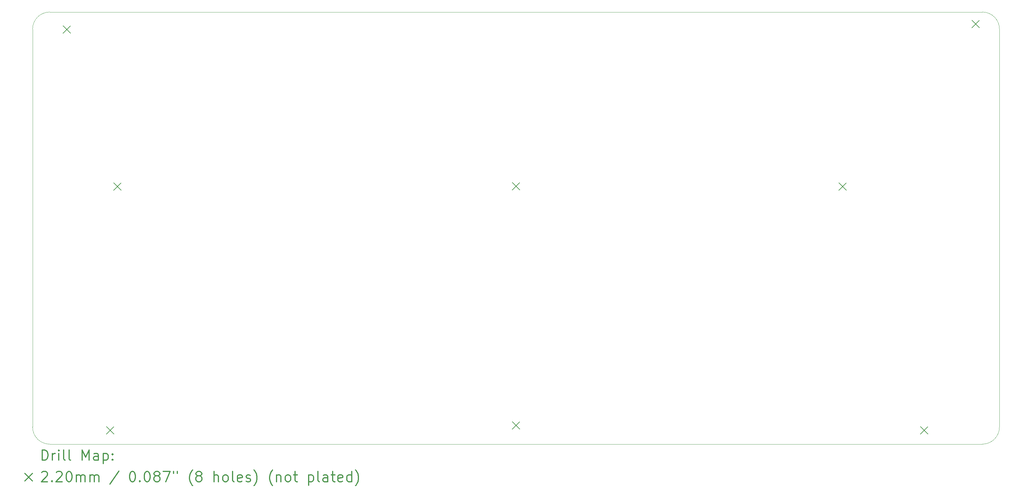
<source format=gbr>
%FSLAX45Y45*%
G04 Gerber Fmt 4.5, Leading zero omitted, Abs format (unit mm)*
G04 Created by KiCad (PCBNEW (5.1.9)-1) date 2021-05-27 06:27:14*
%MOMM*%
%LPD*%
G01*
G04 APERTURE LIST*
%TA.AperFunction,Profile*%
%ADD10C,0.100000*%
%TD*%
%ADD11C,0.200000*%
%ADD12C,0.300000*%
G04 APERTURE END LIST*
D10*
X36000000Y-4550000D02*
X36000000Y-3800000D01*
X36000000Y-4550000D02*
X36000000Y-5250000D01*
X36000000Y-15450000D02*
G75*
G02*
X35500000Y-15950000I-500000J0D01*
G01*
X8200000Y-15950000D02*
G75*
G02*
X7700000Y-15450000I0J500000D01*
G01*
X7700000Y-3800000D02*
G75*
G02*
X8200000Y-3300000I500000J0D01*
G01*
X35500000Y-3300000D02*
X8200000Y-3300000D01*
X7700000Y-3800000D02*
X7700000Y-15450000D01*
X8200000Y-15950000D02*
X35500000Y-15950000D01*
X36000000Y-5250000D02*
X36000000Y-15450000D01*
X35500000Y-3300000D02*
G75*
G02*
X36000000Y-3800000I0J-500000D01*
G01*
D11*
X8590000Y-3700000D02*
X8810000Y-3920000D01*
X8810000Y-3700000D02*
X8590000Y-3920000D01*
X9865000Y-15440000D02*
X10085000Y-15660000D01*
X10085000Y-15440000D02*
X9865000Y-15660000D01*
X10070000Y-8300000D02*
X10290000Y-8520000D01*
X10290000Y-8300000D02*
X10070000Y-8520000D01*
X21740000Y-8290000D02*
X21960000Y-8510000D01*
X21960000Y-8290000D02*
X21740000Y-8510000D01*
X21740000Y-15290000D02*
X21960000Y-15510000D01*
X21960000Y-15290000D02*
X21740000Y-15510000D01*
X31300000Y-8300000D02*
X31520000Y-8520000D01*
X31520000Y-8300000D02*
X31300000Y-8520000D01*
X33690000Y-15440000D02*
X33910000Y-15660000D01*
X33910000Y-15440000D02*
X33690000Y-15660000D01*
X35195000Y-3540000D02*
X35415000Y-3760000D01*
X35415000Y-3540000D02*
X35195000Y-3760000D01*
D12*
X7981428Y-16420714D02*
X7981428Y-16120714D01*
X8052857Y-16120714D01*
X8095714Y-16135000D01*
X8124286Y-16163571D01*
X8138571Y-16192143D01*
X8152857Y-16249286D01*
X8152857Y-16292143D01*
X8138571Y-16349286D01*
X8124286Y-16377857D01*
X8095714Y-16406429D01*
X8052857Y-16420714D01*
X7981428Y-16420714D01*
X8281428Y-16420714D02*
X8281428Y-16220714D01*
X8281428Y-16277857D02*
X8295714Y-16249286D01*
X8310000Y-16235000D01*
X8338571Y-16220714D01*
X8367143Y-16220714D01*
X8467143Y-16420714D02*
X8467143Y-16220714D01*
X8467143Y-16120714D02*
X8452857Y-16135000D01*
X8467143Y-16149286D01*
X8481428Y-16135000D01*
X8467143Y-16120714D01*
X8467143Y-16149286D01*
X8652857Y-16420714D02*
X8624286Y-16406429D01*
X8610000Y-16377857D01*
X8610000Y-16120714D01*
X8810000Y-16420714D02*
X8781428Y-16406429D01*
X8767143Y-16377857D01*
X8767143Y-16120714D01*
X9152857Y-16420714D02*
X9152857Y-16120714D01*
X9252857Y-16335000D01*
X9352857Y-16120714D01*
X9352857Y-16420714D01*
X9624286Y-16420714D02*
X9624286Y-16263571D01*
X9610000Y-16235000D01*
X9581428Y-16220714D01*
X9524286Y-16220714D01*
X9495714Y-16235000D01*
X9624286Y-16406429D02*
X9595714Y-16420714D01*
X9524286Y-16420714D01*
X9495714Y-16406429D01*
X9481428Y-16377857D01*
X9481428Y-16349286D01*
X9495714Y-16320714D01*
X9524286Y-16306429D01*
X9595714Y-16306429D01*
X9624286Y-16292143D01*
X9767143Y-16220714D02*
X9767143Y-16520714D01*
X9767143Y-16235000D02*
X9795714Y-16220714D01*
X9852857Y-16220714D01*
X9881428Y-16235000D01*
X9895714Y-16249286D01*
X9910000Y-16277857D01*
X9910000Y-16363571D01*
X9895714Y-16392143D01*
X9881428Y-16406429D01*
X9852857Y-16420714D01*
X9795714Y-16420714D01*
X9767143Y-16406429D01*
X10038571Y-16392143D02*
X10052857Y-16406429D01*
X10038571Y-16420714D01*
X10024286Y-16406429D01*
X10038571Y-16392143D01*
X10038571Y-16420714D01*
X10038571Y-16235000D02*
X10052857Y-16249286D01*
X10038571Y-16263571D01*
X10024286Y-16249286D01*
X10038571Y-16235000D01*
X10038571Y-16263571D01*
X7475000Y-16805000D02*
X7695000Y-17025000D01*
X7695000Y-16805000D02*
X7475000Y-17025000D01*
X7967143Y-16779286D02*
X7981428Y-16765000D01*
X8010000Y-16750714D01*
X8081428Y-16750714D01*
X8110000Y-16765000D01*
X8124286Y-16779286D01*
X8138571Y-16807857D01*
X8138571Y-16836429D01*
X8124286Y-16879286D01*
X7952857Y-17050714D01*
X8138571Y-17050714D01*
X8267143Y-17022143D02*
X8281428Y-17036429D01*
X8267143Y-17050714D01*
X8252857Y-17036429D01*
X8267143Y-17022143D01*
X8267143Y-17050714D01*
X8395714Y-16779286D02*
X8410000Y-16765000D01*
X8438571Y-16750714D01*
X8510000Y-16750714D01*
X8538571Y-16765000D01*
X8552857Y-16779286D01*
X8567143Y-16807857D01*
X8567143Y-16836429D01*
X8552857Y-16879286D01*
X8381428Y-17050714D01*
X8567143Y-17050714D01*
X8752857Y-16750714D02*
X8781428Y-16750714D01*
X8810000Y-16765000D01*
X8824286Y-16779286D01*
X8838571Y-16807857D01*
X8852857Y-16865000D01*
X8852857Y-16936429D01*
X8838571Y-16993572D01*
X8824286Y-17022143D01*
X8810000Y-17036429D01*
X8781428Y-17050714D01*
X8752857Y-17050714D01*
X8724286Y-17036429D01*
X8710000Y-17022143D01*
X8695714Y-16993572D01*
X8681428Y-16936429D01*
X8681428Y-16865000D01*
X8695714Y-16807857D01*
X8710000Y-16779286D01*
X8724286Y-16765000D01*
X8752857Y-16750714D01*
X8981428Y-17050714D02*
X8981428Y-16850714D01*
X8981428Y-16879286D02*
X8995714Y-16865000D01*
X9024286Y-16850714D01*
X9067143Y-16850714D01*
X9095714Y-16865000D01*
X9110000Y-16893572D01*
X9110000Y-17050714D01*
X9110000Y-16893572D02*
X9124286Y-16865000D01*
X9152857Y-16850714D01*
X9195714Y-16850714D01*
X9224286Y-16865000D01*
X9238571Y-16893572D01*
X9238571Y-17050714D01*
X9381428Y-17050714D02*
X9381428Y-16850714D01*
X9381428Y-16879286D02*
X9395714Y-16865000D01*
X9424286Y-16850714D01*
X9467143Y-16850714D01*
X9495714Y-16865000D01*
X9510000Y-16893572D01*
X9510000Y-17050714D01*
X9510000Y-16893572D02*
X9524286Y-16865000D01*
X9552857Y-16850714D01*
X9595714Y-16850714D01*
X9624286Y-16865000D01*
X9638571Y-16893572D01*
X9638571Y-17050714D01*
X10224286Y-16736429D02*
X9967143Y-17122143D01*
X10610000Y-16750714D02*
X10638571Y-16750714D01*
X10667143Y-16765000D01*
X10681428Y-16779286D01*
X10695714Y-16807857D01*
X10710000Y-16865000D01*
X10710000Y-16936429D01*
X10695714Y-16993572D01*
X10681428Y-17022143D01*
X10667143Y-17036429D01*
X10638571Y-17050714D01*
X10610000Y-17050714D01*
X10581428Y-17036429D01*
X10567143Y-17022143D01*
X10552857Y-16993572D01*
X10538571Y-16936429D01*
X10538571Y-16865000D01*
X10552857Y-16807857D01*
X10567143Y-16779286D01*
X10581428Y-16765000D01*
X10610000Y-16750714D01*
X10838571Y-17022143D02*
X10852857Y-17036429D01*
X10838571Y-17050714D01*
X10824286Y-17036429D01*
X10838571Y-17022143D01*
X10838571Y-17050714D01*
X11038571Y-16750714D02*
X11067143Y-16750714D01*
X11095714Y-16765000D01*
X11110000Y-16779286D01*
X11124286Y-16807857D01*
X11138571Y-16865000D01*
X11138571Y-16936429D01*
X11124286Y-16993572D01*
X11110000Y-17022143D01*
X11095714Y-17036429D01*
X11067143Y-17050714D01*
X11038571Y-17050714D01*
X11010000Y-17036429D01*
X10995714Y-17022143D01*
X10981428Y-16993572D01*
X10967143Y-16936429D01*
X10967143Y-16865000D01*
X10981428Y-16807857D01*
X10995714Y-16779286D01*
X11010000Y-16765000D01*
X11038571Y-16750714D01*
X11310000Y-16879286D02*
X11281428Y-16865000D01*
X11267143Y-16850714D01*
X11252857Y-16822143D01*
X11252857Y-16807857D01*
X11267143Y-16779286D01*
X11281428Y-16765000D01*
X11310000Y-16750714D01*
X11367143Y-16750714D01*
X11395714Y-16765000D01*
X11410000Y-16779286D01*
X11424286Y-16807857D01*
X11424286Y-16822143D01*
X11410000Y-16850714D01*
X11395714Y-16865000D01*
X11367143Y-16879286D01*
X11310000Y-16879286D01*
X11281428Y-16893572D01*
X11267143Y-16907857D01*
X11252857Y-16936429D01*
X11252857Y-16993572D01*
X11267143Y-17022143D01*
X11281428Y-17036429D01*
X11310000Y-17050714D01*
X11367143Y-17050714D01*
X11395714Y-17036429D01*
X11410000Y-17022143D01*
X11424286Y-16993572D01*
X11424286Y-16936429D01*
X11410000Y-16907857D01*
X11395714Y-16893572D01*
X11367143Y-16879286D01*
X11524286Y-16750714D02*
X11724286Y-16750714D01*
X11595714Y-17050714D01*
X11824286Y-16750714D02*
X11824286Y-16807857D01*
X11938571Y-16750714D02*
X11938571Y-16807857D01*
X12381428Y-17165000D02*
X12367143Y-17150714D01*
X12338571Y-17107857D01*
X12324286Y-17079286D01*
X12310000Y-17036429D01*
X12295714Y-16965000D01*
X12295714Y-16907857D01*
X12310000Y-16836429D01*
X12324286Y-16793572D01*
X12338571Y-16765000D01*
X12367143Y-16722143D01*
X12381428Y-16707857D01*
X12538571Y-16879286D02*
X12510000Y-16865000D01*
X12495714Y-16850714D01*
X12481428Y-16822143D01*
X12481428Y-16807857D01*
X12495714Y-16779286D01*
X12510000Y-16765000D01*
X12538571Y-16750714D01*
X12595714Y-16750714D01*
X12624286Y-16765000D01*
X12638571Y-16779286D01*
X12652857Y-16807857D01*
X12652857Y-16822143D01*
X12638571Y-16850714D01*
X12624286Y-16865000D01*
X12595714Y-16879286D01*
X12538571Y-16879286D01*
X12510000Y-16893572D01*
X12495714Y-16907857D01*
X12481428Y-16936429D01*
X12481428Y-16993572D01*
X12495714Y-17022143D01*
X12510000Y-17036429D01*
X12538571Y-17050714D01*
X12595714Y-17050714D01*
X12624286Y-17036429D01*
X12638571Y-17022143D01*
X12652857Y-16993572D01*
X12652857Y-16936429D01*
X12638571Y-16907857D01*
X12624286Y-16893572D01*
X12595714Y-16879286D01*
X13010000Y-17050714D02*
X13010000Y-16750714D01*
X13138571Y-17050714D02*
X13138571Y-16893572D01*
X13124286Y-16865000D01*
X13095714Y-16850714D01*
X13052857Y-16850714D01*
X13024286Y-16865000D01*
X13010000Y-16879286D01*
X13324286Y-17050714D02*
X13295714Y-17036429D01*
X13281428Y-17022143D01*
X13267143Y-16993572D01*
X13267143Y-16907857D01*
X13281428Y-16879286D01*
X13295714Y-16865000D01*
X13324286Y-16850714D01*
X13367143Y-16850714D01*
X13395714Y-16865000D01*
X13410000Y-16879286D01*
X13424286Y-16907857D01*
X13424286Y-16993572D01*
X13410000Y-17022143D01*
X13395714Y-17036429D01*
X13367143Y-17050714D01*
X13324286Y-17050714D01*
X13595714Y-17050714D02*
X13567143Y-17036429D01*
X13552857Y-17007857D01*
X13552857Y-16750714D01*
X13824286Y-17036429D02*
X13795714Y-17050714D01*
X13738571Y-17050714D01*
X13710000Y-17036429D01*
X13695714Y-17007857D01*
X13695714Y-16893572D01*
X13710000Y-16865000D01*
X13738571Y-16850714D01*
X13795714Y-16850714D01*
X13824286Y-16865000D01*
X13838571Y-16893572D01*
X13838571Y-16922143D01*
X13695714Y-16950714D01*
X13952857Y-17036429D02*
X13981428Y-17050714D01*
X14038571Y-17050714D01*
X14067143Y-17036429D01*
X14081428Y-17007857D01*
X14081428Y-16993572D01*
X14067143Y-16965000D01*
X14038571Y-16950714D01*
X13995714Y-16950714D01*
X13967143Y-16936429D01*
X13952857Y-16907857D01*
X13952857Y-16893572D01*
X13967143Y-16865000D01*
X13995714Y-16850714D01*
X14038571Y-16850714D01*
X14067143Y-16865000D01*
X14181428Y-17165000D02*
X14195714Y-17150714D01*
X14224286Y-17107857D01*
X14238571Y-17079286D01*
X14252857Y-17036429D01*
X14267143Y-16965000D01*
X14267143Y-16907857D01*
X14252857Y-16836429D01*
X14238571Y-16793572D01*
X14224286Y-16765000D01*
X14195714Y-16722143D01*
X14181428Y-16707857D01*
X14724286Y-17165000D02*
X14710000Y-17150714D01*
X14681428Y-17107857D01*
X14667143Y-17079286D01*
X14652857Y-17036429D01*
X14638571Y-16965000D01*
X14638571Y-16907857D01*
X14652857Y-16836429D01*
X14667143Y-16793572D01*
X14681428Y-16765000D01*
X14710000Y-16722143D01*
X14724286Y-16707857D01*
X14838571Y-16850714D02*
X14838571Y-17050714D01*
X14838571Y-16879286D02*
X14852857Y-16865000D01*
X14881428Y-16850714D01*
X14924286Y-16850714D01*
X14952857Y-16865000D01*
X14967143Y-16893572D01*
X14967143Y-17050714D01*
X15152857Y-17050714D02*
X15124286Y-17036429D01*
X15110000Y-17022143D01*
X15095714Y-16993572D01*
X15095714Y-16907857D01*
X15110000Y-16879286D01*
X15124286Y-16865000D01*
X15152857Y-16850714D01*
X15195714Y-16850714D01*
X15224286Y-16865000D01*
X15238571Y-16879286D01*
X15252857Y-16907857D01*
X15252857Y-16993572D01*
X15238571Y-17022143D01*
X15224286Y-17036429D01*
X15195714Y-17050714D01*
X15152857Y-17050714D01*
X15338571Y-16850714D02*
X15452857Y-16850714D01*
X15381428Y-16750714D02*
X15381428Y-17007857D01*
X15395714Y-17036429D01*
X15424286Y-17050714D01*
X15452857Y-17050714D01*
X15781428Y-16850714D02*
X15781428Y-17150714D01*
X15781428Y-16865000D02*
X15810000Y-16850714D01*
X15867143Y-16850714D01*
X15895714Y-16865000D01*
X15910000Y-16879286D01*
X15924286Y-16907857D01*
X15924286Y-16993572D01*
X15910000Y-17022143D01*
X15895714Y-17036429D01*
X15867143Y-17050714D01*
X15810000Y-17050714D01*
X15781428Y-17036429D01*
X16095714Y-17050714D02*
X16067143Y-17036429D01*
X16052857Y-17007857D01*
X16052857Y-16750714D01*
X16338571Y-17050714D02*
X16338571Y-16893572D01*
X16324286Y-16865000D01*
X16295714Y-16850714D01*
X16238571Y-16850714D01*
X16210000Y-16865000D01*
X16338571Y-17036429D02*
X16310000Y-17050714D01*
X16238571Y-17050714D01*
X16210000Y-17036429D01*
X16195714Y-17007857D01*
X16195714Y-16979286D01*
X16210000Y-16950714D01*
X16238571Y-16936429D01*
X16310000Y-16936429D01*
X16338571Y-16922143D01*
X16438571Y-16850714D02*
X16552857Y-16850714D01*
X16481428Y-16750714D02*
X16481428Y-17007857D01*
X16495714Y-17036429D01*
X16524286Y-17050714D01*
X16552857Y-17050714D01*
X16767143Y-17036429D02*
X16738571Y-17050714D01*
X16681428Y-17050714D01*
X16652857Y-17036429D01*
X16638571Y-17007857D01*
X16638571Y-16893572D01*
X16652857Y-16865000D01*
X16681428Y-16850714D01*
X16738571Y-16850714D01*
X16767143Y-16865000D01*
X16781428Y-16893572D01*
X16781428Y-16922143D01*
X16638571Y-16950714D01*
X17038571Y-17050714D02*
X17038571Y-16750714D01*
X17038571Y-17036429D02*
X17010000Y-17050714D01*
X16952857Y-17050714D01*
X16924286Y-17036429D01*
X16910000Y-17022143D01*
X16895714Y-16993572D01*
X16895714Y-16907857D01*
X16910000Y-16879286D01*
X16924286Y-16865000D01*
X16952857Y-16850714D01*
X17010000Y-16850714D01*
X17038571Y-16865000D01*
X17152857Y-17165000D02*
X17167143Y-17150714D01*
X17195714Y-17107857D01*
X17210000Y-17079286D01*
X17224286Y-17036429D01*
X17238571Y-16965000D01*
X17238571Y-16907857D01*
X17224286Y-16836429D01*
X17210000Y-16793572D01*
X17195714Y-16765000D01*
X17167143Y-16722143D01*
X17152857Y-16707857D01*
M02*

</source>
